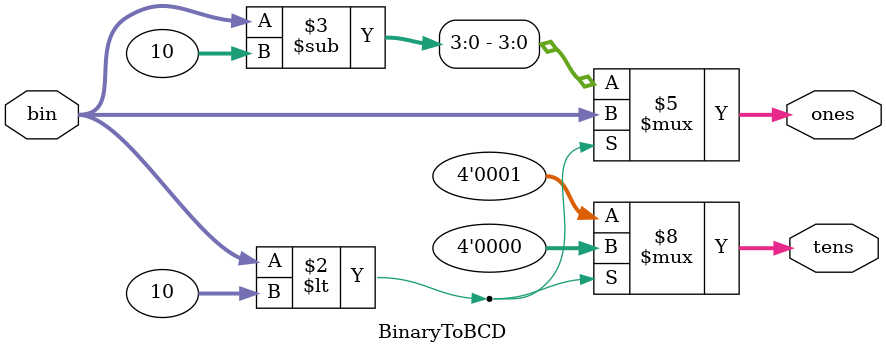
<source format=sv>
module BinaryToBCD (
    input logic [3:0] bin,  // Entrada en binario (4 bits)
    output logic [3:0] tens,  // Decenas en BCD
    output logic [3:0] ones   // Unidades en BCD
);

    always_comb begin
        if (bin < 10) begin
            tens = 4'd0;  // Las decenas son 0
            ones = bin;   // Las unidades son el valor binario
        end
        else begin
            tens = 4'd1;  // Las decenas son 1
            ones = bin - 10;  // Las unidades son el valor binario menos 10
        end
    end

endmodule

</source>
